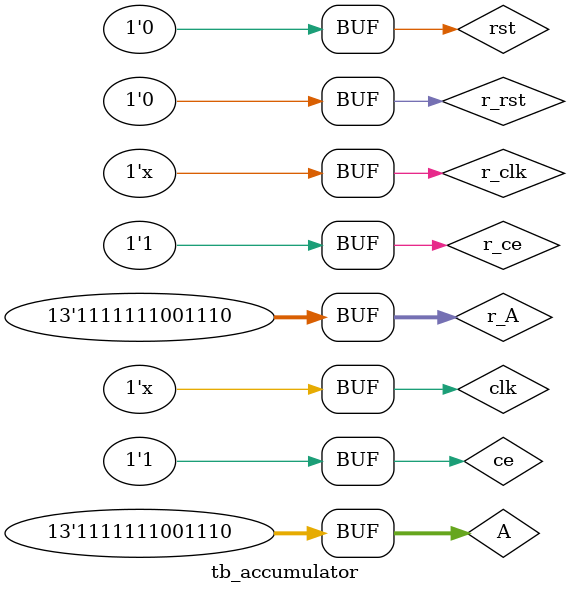
<source format=v>
`timescale 1ns / 1ps

module tb_accumulator;


wire [12:0] A;
wire clk;
wire ce;
wire rst;
wire [20:0] Y;

reg [12:0] r_A = 13'b0000001111000;
reg r_clk = 0;
reg r_ce = 1;
reg r_rst = 0;


assign A = r_A;
assign clk = r_clk;
assign ce = r_ce;
assign rst = r_rst;

always #1 r_clk = ~r_clk;


initial begin
    // 13'b0000001111000;
    #2 r_A = 13'b1111111001110;
    #2 r_A = 13'b0000001011100;
    #2 r_A = 13'b1111110011100;
    #2 r_A = 13'b0000000110000;
    #2 r_A = 13'b1111101110100;
    #2 r_A = 13'b0000001001010;
    #2 r_A = 13'b1111111101100;
    #2 r_A = 13'b0000010011110;
    #2 r_A = 13'b1111111110111;
    #2 r_A = 0;
    #10 r_rst = 1;
    #4 r_rst = 0; 
    #6 r_ce = 0;
    #2 r_A = 13'b1111111001110;
    #20 r_ce = 1;
    
end


accumulator dut(
    .clk(clk),
    .rst(rst),
    .ce(ce),
    .A(A),
    .Y(Y)
);

endmodule

// Jakub Glod 417193
</source>
